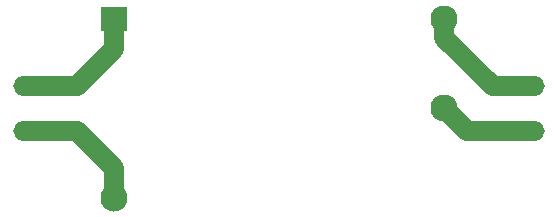
<source format=gbr>
%TF.GenerationSoftware,KiCad,Pcbnew,5.1.10*%
%TF.CreationDate,2021-05-04T11:12:31+02:00*%
%TF.ProjectId,AC-DC,41432d44-432e-46b6-9963-61645f706362,rev?*%
%TF.SameCoordinates,Original*%
%TF.FileFunction,Copper,L2,Bot*%
%TF.FilePolarity,Positive*%
%FSLAX46Y46*%
G04 Gerber Fmt 4.6, Leading zero omitted, Abs format (unit mm)*
G04 Created by KiCad (PCBNEW 5.1.10) date 2021-05-04 11:12:31*
%MOMM*%
%LPD*%
G01*
G04 APERTURE LIST*
%TA.AperFunction,ComponentPad*%
%ADD10C,2.300000*%
%TD*%
%TA.AperFunction,ComponentPad*%
%ADD11R,2.300000X2.000000*%
%TD*%
%TA.AperFunction,ComponentPad*%
%ADD12O,3.000000X1.700000*%
%TD*%
%TA.AperFunction,Conductor*%
%ADD13C,1.700000*%
%TD*%
G04 APERTURE END LIST*
D10*
%TO.P,PS1,4*%
%TO.N,Net-(J2-Pad1)*%
X14000000Y0D03*
%TO.P,PS1,2*%
%TO.N,Net-(J1-Pad2)*%
X-14000000Y-7600000D03*
D11*
%TO.P,PS1,1*%
%TO.N,Net-(J1-Pad1)*%
X-14000000Y7600000D03*
D10*
%TO.P,PS1,3*%
%TO.N,GND*%
X14000000Y7600000D03*
%TD*%
D12*
%TO.P,J2,2*%
%TO.N,GND*%
X21000000Y1905000D03*
%TO.P,J2,1*%
%TO.N,Net-(J2-Pad1)*%
X21000000Y-1905000D03*
%TD*%
%TO.P,J1,2*%
%TO.N,Net-(J1-Pad2)*%
X-21000000Y-1905000D03*
%TO.P,J1,1*%
%TO.N,Net-(J1-Pad1)*%
X-21000000Y1905000D03*
%TD*%
D13*
%TO.N,Net-(J1-Pad2)*%
X-21000000Y-1905000D02*
X-17095000Y-1905000D01*
X-14000000Y-5000000D02*
X-14000000Y-7600000D01*
X-17095000Y-1905000D02*
X-14000000Y-5000000D01*
%TO.N,Net-(J1-Pad1)*%
X-17095000Y1905000D02*
X-14000000Y5000000D01*
X-14000000Y5000000D02*
X-14000000Y7600000D01*
X-21000000Y1905000D02*
X-17095000Y1905000D01*
%TO.N,GND*%
X21000000Y1905000D02*
X18095000Y1905000D01*
X14000000Y6000000D02*
X14000000Y7600000D01*
X18095000Y1905000D02*
X14000000Y6000000D01*
%TO.N,Net-(J2-Pad1)*%
X15905000Y-1905000D02*
X14000000Y0D01*
X21000000Y-1905000D02*
X15905000Y-1905000D01*
%TD*%
M02*

</source>
